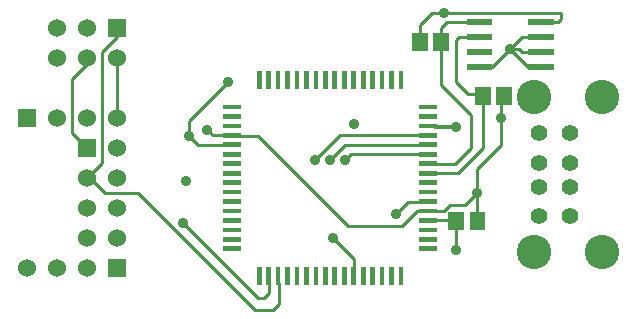
<source format=gbr>
G04 start of page 2 for group 0 idx 0 *
G04 Title: (unknown), component *
G04 Creator: pcb 20091103 *
G04 CreationDate: Mon 14 Mar 2011 05:58:12 AM GMT UTC *
G04 For: gjhurlbu *
G04 Format: Gerber/RS-274X *
G04 PCB-Dimensions: 600000 500000 *
G04 PCB-Coordinate-Origin: lower left *
%MOIN*%
%FSLAX25Y25*%
%LNFRONT*%
%ADD11C,0.0100*%
%ADD12C,0.0200*%
%ADD13C,0.0600*%
%ADD14C,0.0560*%
%ADD15C,0.1150*%
%ADD16C,0.0360*%
%ADD17R,0.0157X0.0157*%
%ADD18R,0.0200X0.0200*%
%ADD19R,0.0512X0.0512*%
%ADD20C,0.0380*%
%ADD21C,0.0910*%
G54D11*X70000Y460000D02*Y458000D01*
X80000Y470000D02*Y467000D01*
X75000Y462000D01*
X70000Y458000D02*X65000Y453000D01*
Y435000D01*
X75000Y462000D02*Y425000D01*
X70000Y420000D01*
X71000D01*
X76000Y415000D01*
X65000Y435000D02*X70000Y430000D01*
X71000D01*
X80000Y440000D02*Y460000D01*
X128000Y380000D02*X127000D01*
X130527Y381527D02*X129000Y380000D01*
X127000D01*
X76000Y415000D02*X87000D01*
X126000Y376000D01*
X127000Y380000D02*X102000Y405000D01*
X127000Y380000D02*X126000Y381000D01*
Y376000D02*X132000D01*
X134000Y378000D01*
Y384905D01*
X133677Y385228D01*
X130527D02*Y381527D01*
X152000Y400000D02*X159000Y393000D01*
Y389780D01*
X158874Y389654D01*
X175000Y404000D02*X157000D01*
X127000Y434000D01*
X154173Y434173D02*X146000Y426000D01*
X116228Y431024D02*X110024D01*
X127000Y434000D02*X116402D01*
X107000Y431000D02*X104000Y434000D01*
X110024Y431024D02*X110000Y431000D01*
X116402Y434000D02*X116228Y434174D01*
X110000Y431000D02*X107000D01*
X116228Y434174D02*X111826D01*
X110000Y436000D01*
X104000Y434000D02*Y439000D01*
X117000Y452000D02*X104000Y439000D01*
X185772Y421574D02*X193574D01*
X185772Y424724D02*X192724D01*
X193574Y421574D02*X202000Y430000D01*
X192724Y424724D02*X198000Y430000D01*
X200000Y423000D02*X208000Y431000D01*
Y446000D01*
X181346Y427874D02*X157874D01*
X156000Y426000D01*
X181346Y431023D02*X156023D01*
X151000Y426000D01*
X181346Y434173D02*X154173D01*
X188000Y470000D02*X190000Y472000D01*
X197500D01*
Y467000D02*X194000D01*
X193000Y466000D01*
X204000Y457000D02*X205000D01*
X211000Y463000D02*X214000D01*
X215000Y462000D01*
X205000Y457000D02*X215000Y467000D01*
X217000Y457000D02*X211000Y463000D01*
X215000Y462000D02*X218000D01*
Y457000D02*X217000D01*
X218000Y467000D02*X215000D01*
X185000Y475000D02*X181000Y471000D01*
X185000Y475000D02*X228000D01*
Y473000D01*
X227000Y472000D01*
X224500D01*
X181000Y471000D02*Y465872D01*
X180914Y465786D01*
X202000Y430000D02*Y446914D01*
X198000Y430000D02*Y441000D01*
X185772Y405826D02*X192826D01*
X185772Y408976D02*X188976D01*
X191000Y411000D01*
X196000D01*
X192826Y405826D02*X193000Y406000D01*
Y396000D02*Y406000D01*
X181346Y412126D02*X177126D01*
X181346Y408976D02*X179976D01*
X175000Y404000D01*
X177126Y412126D02*X173000Y408000D01*
X200086Y406000D02*Y414914D01*
X200000Y415000D01*
Y423000D01*
X196000Y411000D02*X200000Y415000D01*
X193000Y437000D02*X186094D01*
X185772Y437322D01*
X192678D01*
X193000Y437000D01*
X198000Y441000D02*X188000Y451000D01*
X193000Y452000D02*X197000Y448000D01*
X202000Y446914D02*X201914Y447000D01*
X197000Y448000D02*X201700D01*
X201914Y447786D01*
X208000Y446000D02*X209000Y447000D01*
X188000Y470000D02*Y451000D01*
X193000Y466000D02*Y452000D01*
G54D12*G36*
X47000Y443000D02*Y437000D01*
X53000D01*
Y443000D01*
X47000D01*
G37*
G54D13*X60000Y440000D03*
X70000D03*
X80000D03*
G54D12*G36*
X67000Y433000D02*Y427000D01*
X73000D01*
Y433000D01*
X67000D01*
G37*
G54D13*X80000Y430000D03*
X70000Y420000D03*
Y410000D03*
Y400000D03*
Y390000D03*
X60000D03*
X80000Y420000D03*
Y410000D03*
Y400000D03*
G54D12*G36*
X77000Y393000D02*Y387000D01*
X83000D01*
Y393000D01*
X77000D01*
G37*
G54D13*X50000Y390000D03*
G54D12*G36*
X77000Y473000D02*Y467000D01*
X83000D01*
Y473000D01*
X77000D01*
G37*
G54D13*X80000Y460000D03*
X70000Y470000D03*
Y460000D03*
X60000Y470000D03*
Y460000D03*
G54D14*X230800Y407300D03*
Y417100D03*
X220500Y407300D03*
X230800Y425000D03*
Y434800D03*
X220500Y417100D03*
Y425000D03*
Y434800D03*
G54D15*X219100Y395200D03*
X241500D03*
X219100Y446900D03*
X241500D03*
G54D16*X193000Y396000D03*
X200000Y415000D03*
X193000Y437000D03*
X156000Y426000D03*
X151000D03*
X146000D03*
X159000Y438000D03*
X102000Y405000D03*
X104000Y434000D03*
X110000Y436000D03*
X103000Y419000D03*
X152000Y400000D03*
X173000Y408000D03*
X211000Y463000D03*
X208000Y440000D03*
X189000Y475000D03*
X117000Y452000D03*
G54D17*X127378Y389654D02*Y385228D01*
X130527Y389654D02*Y385228D01*
X133677Y389654D02*Y385228D01*
X136826Y389654D02*Y385228D01*
X139976Y389654D02*Y385228D01*
X143126Y389654D02*Y385228D01*
X146275Y389654D02*Y385228D01*
X149425Y389654D02*Y385228D01*
X152574Y389654D02*Y385228D01*
X165174Y454772D02*Y450346D01*
X162024Y454772D02*Y450346D01*
X158874Y454772D02*Y450346D01*
X155725Y454772D02*Y450346D01*
X152575Y454772D02*Y450346D01*
X149426Y454772D02*Y450346D01*
X146276Y454772D02*Y450346D01*
X143126Y454772D02*Y450346D01*
X139977Y454772D02*Y450346D01*
X136827Y454772D02*Y450346D01*
X133678Y454772D02*Y450346D01*
X130528Y454772D02*Y450346D01*
X127378Y454772D02*Y450346D01*
X116228Y443622D02*X120654D01*
X116228Y440473D02*X120654D01*
X116228Y437323D02*X120654D01*
X116228Y434174D02*X120654D01*
X116228Y431024D02*X120654D01*
X116228Y427874D02*X120654D01*
X116228Y424725D02*X120654D01*
X116228Y421575D02*X120654D01*
X116228Y418426D02*X120654D01*
X116228Y415276D02*X120654D01*
X116228Y412126D02*X120654D01*
X116228Y408977D02*X120654D01*
X116228Y405827D02*X120654D01*
X116228Y402678D02*X120654D01*
X116228Y399528D02*X120654D01*
X116228Y396378D02*X120654D01*
X181346Y427874D02*X185772D01*
X181346Y431023D02*X185772D01*
X181346Y415275D02*X185772D01*
X181346Y418425D02*X185772D01*
X181346Y421574D02*X185772D01*
X181346Y424724D02*X185772D01*
X181346Y434173D02*X185772D01*
G54D18*X218000Y457000D02*X224500D01*
X218000Y462000D02*X224500D01*
X218000Y467000D02*X224500D01*
X197500Y472000D02*X204000D01*
X197500Y467000D02*X204000D01*
X197500Y462000D02*X204000D01*
X197500Y457000D02*X204000D01*
X218000Y472000D02*X224500D01*
G54D19*X201914Y447786D02*Y447000D01*
X209000Y447786D02*Y447000D01*
X188000Y465786D02*Y465000D01*
X180914Y465786D02*Y465000D01*
G54D17*X155724Y389654D02*Y385228D01*
X158874Y389654D02*Y385228D01*
X162023Y389654D02*Y385228D01*
X165173Y389654D02*Y385228D01*
X168322Y389654D02*Y385228D01*
X171472Y389654D02*Y385228D01*
X174622Y389654D02*Y385228D01*
X181346Y437322D02*X185772D01*
X181346Y440472D02*X185772D01*
X181346Y443622D02*X185772D01*
X174622Y454772D02*Y450346D01*
X171473Y454772D02*Y450346D01*
X168323Y454772D02*Y450346D01*
X181346Y396378D02*X185772D01*
X181346Y399527D02*X185772D01*
X181346Y402677D02*X185772D01*
X181346Y405826D02*X185772D01*
X181346Y408976D02*X185772D01*
X181346Y412126D02*X185772D01*
G54D19*X193000Y406000D02*Y405214D01*
X200086Y406000D02*Y405214D01*
G54D20*G54D16*G54D21*G54D12*M02*

</source>
